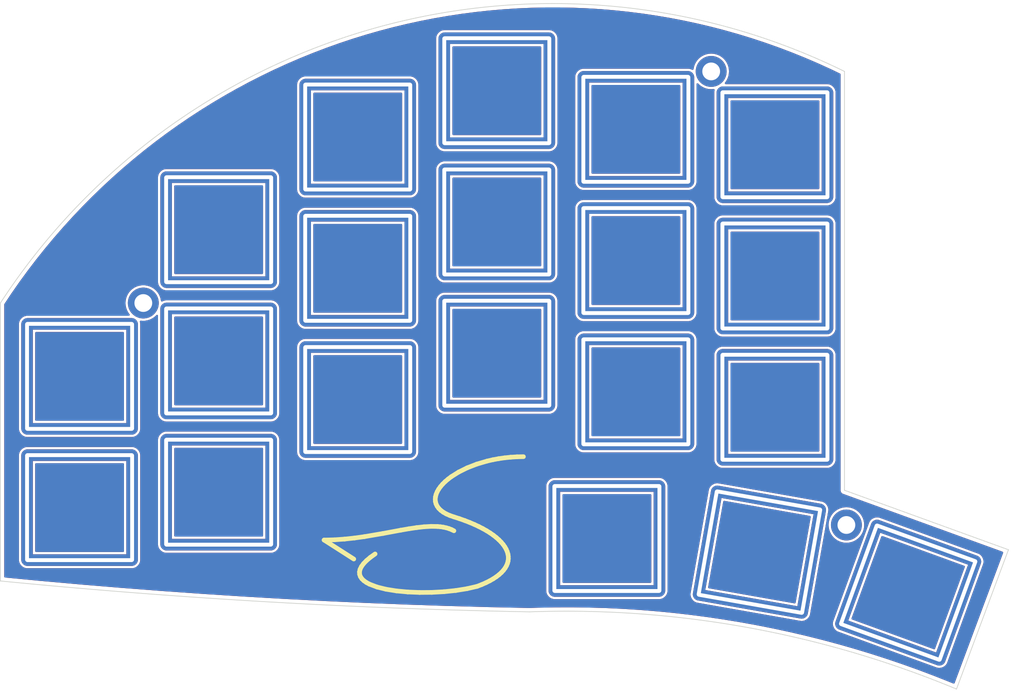
<source format=kicad_pcb>
(kicad_pcb (version 20221018) (generator pcbnew)
  (layers (0 "F.Cu" signal) (31 "B.Cu" signal) (34 "B.Paste" user) (35 "F.Paste" user) (36 "B.SilkS" user "B.Silkscreen") (37 "F.SilkS" user "F.Silkscreen") (38 "B.Mask" user) (39 "F.Mask" user) (44 "Edge.Cuts" user))
  (net 0 "")
  (footprint "kbd:SW_Hole_TH" (layer "F.Cu") (at 151.75 95.25)
    (fp_text reference "SW2" hide)
    (fp_text value "KEY_SWITCH" hide)
    (pad "1" thru_hole oval (at -6.8 0) (size 1.5 15) (drill oval 0.5 14) (layers "*.Cu" "*.Mask"))
    (pad "1" thru_hole oval (at 0 -6.8 90) (size 1.5 15) (drill oval 0.5 14) (layers "*.Cu" "*.Mask"))
    (pad "1" thru_hole oval (at 0 6.8 90) (size 1.5 15) (drill oval 0.5 14) (layers "*.Cu" "*.Mask"))
    (pad "1" thru_hole oval (at 6.8 0) (size 1.5 15) (drill oval 0.5 14) (layers "*.Cu" "*.Mask"))
  )
  (footprint "kbd:SW_Hole_TH" (layer "F.Cu") (at 133.75 90.25)
    (fp_text reference "SW2" hide)
    (fp_text value "KEY_SWITCH" hide)
    (pad "1" thru_hole oval (at -6.8 0) (size 1.5 15) (drill oval 0.5 14) (layers "*.Cu" "*.Mask"))
    (pad "1" thru_hole oval (at 0 -6.8 90) (size 1.5 15) (drill oval 0.5 14) (layers "*.Cu" "*.Mask"))
    (pad "1" thru_hole oval (at 0 6.8 90) (size 1.5 15) (drill oval 0.5 14) (layers "*.Cu" "*.Mask"))
    (pad "1" thru_hole oval (at 6.8 0) (size 1.5 15) (drill oval 0.5 14) (layers "*.Cu" "*.Mask"))
  )
  (footprint "kbd:SW_Hole_TH" (layer "F.Cu") (at 97.75 108.25)
    (fp_text reference "SW2" hide)
    (fp_text value "KEY_SWITCH" hide)
    (pad "1" thru_hole oval (at -6.8 0) (size 1.5 15) (drill oval 0.5 14) (layers "*.Cu" "*.Mask"))
    (pad "1" thru_hole oval (at 0 -6.8 90) (size 1.5 15) (drill oval 0.5 14) (layers "*.Cu" "*.Mask"))
    (pad "1" thru_hole oval (at 0 6.8 90) (size 1.5 15) (drill oval 0.5 14) (layers "*.Cu" "*.Mask"))
    (pad "1" thru_hole oval (at 6.8 0) (size 1.5 15) (drill oval 0.5 14) (layers "*.Cu" "*.Mask"))
  )
  (footprint "kbd:SW_Hole_TH" (layer "F.Cu") (at 79.75 110.25)
    (fp_text reference "SW2" hide)
    (fp_text value "KEY_SWITCH" hide)
    (pad "1" thru_hole oval (at -6.8 0) (size 1.5 15) (drill oval 0.5 14) (layers "*.Cu" "*.Mask"))
    (pad "1" thru_hole oval (at 0 -6.8 90) (size 1.5 15) (drill oval 0.5 14) (layers "*.Cu" "*.Mask"))
    (pad "1" thru_hole oval (at 0 6.8 90) (size 1.5 15) (drill oval 0.5 14) (layers "*.Cu" "*.Mask"))
    (pad "1" thru_hole oval (at 6.8 0) (size 1.5 15) (drill oval 0.5 14) (layers "*.Cu" "*.Mask"))
  )
  (footprint "kbd:SW_Hole_TH" (layer "F.Cu") (at 151.75 61.25)
    (fp_text reference "SW2" hide)
    (fp_text value "KEY_SWITCH" hide)
    (pad "1" thru_hole oval (at -6.8 0) (size 1.5 15) (drill oval 0.5 14) (layers "*.Cu" "*.Mask"))
    (pad "1" thru_hole oval (at 0 -6.8 90) (size 1.5 15) (drill oval 0.5 14) (layers "*.Cu" "*.Mask"))
    (pad "1" thru_hole oval (at 0 6.8 90) (size 1.5 15) (drill oval 0.5 14) (layers "*.Cu" "*.Mask"))
    (pad "1" thru_hole oval (at 6.8 0) (size 1.5 15) (drill oval 0.5 14) (layers "*.Cu" "*.Mask"))
  )
  (footprint "kbd:SW_Hole_TH" (layer "F.Cu") (at 167.743757 116.012743 -10)
    (fp_text reference "SW2" hide)
    (fp_text value "KEY_SWITCH" hide)
    (pad "1" thru_hole oval (at -6.8 0 350) (size 1.5 15) (drill oval 0.5 14) (layers "*.Cu" "*.Mask"))
    (pad "1" thru_hole oval (at 0 -6.8 80) (size 1.5 15) (drill oval 0.5 14) (layers "*.Cu" "*.Mask"))
    (pad "1" thru_hole oval (at 0 6.8 80) (size 1.5 15) (drill oval 0.5 14) (layers "*.Cu" "*.Mask"))
    (pad "1" thru_hole oval (at 6.8 0 350) (size 1.5 15) (drill oval 0.5 14) (layers "*.Cu" "*.Mask"))
  )
  (footprint "kbd:SW_Hole_TH" (layer "F.Cu") (at 115.75 79.25)
    (fp_text reference "SW2" hide)
    (fp_text value "KEY_SWITCH" hide)
    (pad "1" thru_hole oval (at -6.8 0) (size 1.5 15) (drill oval 0.5 14) (layers "*.Cu" "*.Mask"))
    (pad "1" thru_hole oval (at 0 -6.8 90) (size 1.5 15) (drill oval 0.5 14) (layers "*.Cu" "*.Mask"))
    (pad "1" thru_hole oval (at 0 6.8 90) (size 1.5 15) (drill oval 0.5 14) (layers "*.Cu" "*.Mask"))
    (pad "1" thru_hole oval (at 6.8 0) (size 1.5 15) (drill oval 0.5 14) (layers "*.Cu" "*.Mask"))
  )
  (footprint "kbd:SW_Hole_TH" (layer "F.Cu") (at 186.996422 121.262609 -20)
    (fp_text reference "SW2" hide)
    (fp_text value "KEY_SWITCH" hide)
    (pad "1" thru_hole oval (at -6.8 0 340) (size 1.5 15) (drill oval 0.5 14) (layers "*.Cu" "*.Mask"))
    (pad "1" thru_hole oval (at 0 -6.8 70) (size 1.5 15) (drill oval 0.5 14) (layers "*.Cu" "*.Mask"))
    (pad "1" thru_hole oval (at 0 6.8 70) (size 1.5 15) (drill oval 0.5 14) (layers "*.Cu" "*.Mask"))
    (pad "1" thru_hole oval (at 6.8 0 340) (size 1.5 15) (drill oval 0.5 14) (layers "*.Cu" "*.Mask"))
  )
  (footprint "kbd:M2_HOLE_v3" (layer "F.Cu") (at 161.5 53.75)
    (fp_text reference "Ref**" hide)
    (fp_text value "Val**" hide)
    (pad "1" thru_hole circle (at 0 0) (size 4 4) (drill 2.3) (layers "*.Cu" "*.Mask"))
  )
  (footprint "kbd:SW_Hole_TH" (layer "F.Cu") (at 133.75 73.25)
    (fp_text reference "SW2" hide)
    (fp_text value "KEY_SWITCH" hide)
    (pad "1" thru_hole oval (at -6.8 0) (size 1.5 15) (drill oval 0.5 14) (layers "*.Cu" "*.Mask"))
    (pad "1" thru_hole oval (at 0 -6.8 90) (size 1.5 15) (drill oval 0.5 14) (layers "*.Cu" "*.Mask"))
    (pad "1" thru_hole oval (at 0 6.8 90) (size 1.5 15) (drill oval 0.5 14) (layers "*.Cu" "*.Mask"))
    (pad "1" thru_hole oval (at 6.8 0) (size 1.5 15) (drill oval 0.5 14) (layers "*.Cu" "*.Mask"))
  )
  (footprint "kbd:SW_Hole_TH" (layer "F.Cu") (at 79.75 93.25)
    (fp_text reference "SW2" hide)
    (fp_text value "KEY_SWITCH" hide)
    (pad "1" thru_hole oval (at -6.8 0) (size 1.5 15) (drill oval 0.5 14) (layers "*.Cu" "*.Mask"))
    (pad "1" thru_hole oval (at 0 -6.8 90) (size 1.5 15) (drill oval 0.5 14) (layers "*.Cu" "*.Mask"))
    (pad "1" thru_hole oval (at 0 6.8 90) (size 1.5 15) (drill oval 0.5 14) (layers "*.Cu" "*.Mask"))
    (pad "1" thru_hole oval (at 6.8 0) (size 1.5 15) (drill oval 0.5 14) (layers "*.Cu" "*.Mask"))
  )
  (footprint "kbd:SW_Hole_TH" (layer "F.Cu") (at 115.75 96.25)
    (fp_text reference "SW2" hide)
    (fp_text value "KEY_SWITCH" hide)
    (pad "1" thru_hole oval (at -6.8 0) (size 1.5 15) (drill oval 0.5 14) (layers "*.Cu" "*.Mask"))
    (pad "1" thru_hole oval (at 0 -6.8 90) (size 1.5 15) (drill oval 0.5 14) (layers "*.Cu" "*.Mask"))
    (pad "1" thru_hole oval (at 0 6.8 90) (size 1.5 15) (drill oval 0.5 14) (layers "*.Cu" "*.Mask"))
    (pad "1" thru_hole oval (at 6.8 0) (size 1.5 15) (drill oval 0.5 14) (layers "*.Cu" "*.Mask"))
  )
  (footprint "kbd:SW_Hole_TH" (layer "F.Cu") (at 169.75 97.25)
    (fp_text reference "SW2" hide)
    (fp_text value "KEY_SWITCH" hide)
    (pad "1" thru_hole oval (at -6.8 0) (size 1.5 15) (drill oval 0.5 14) (layers "*.Cu" "*.Mask"))
    (pad "1" thru_hole oval (at 0 -6.8 90) (size 1.5 15) (drill oval 0.5 14) (layers "*.Cu" "*.Mask"))
    (pad "1" thru_hole oval (at 0 6.8 90) (size 1.5 15) (drill oval 0.5 14) (layers "*.Cu" "*.Mask"))
    (pad "1" thru_hole oval (at 6.8 0) (size 1.5 15) (drill oval 0.5 14) (layers "*.Cu" "*.Mask"))
  )
  (footprint "kbd:M2_HOLE_v3" (layer "F.Cu") (at 179 112.5)
    (fp_text reference "Ref**" hide)
    (fp_text value "Val**" hide)
    (pad "1" thru_hole circle (at 0 0) (size 4 4) (drill 2.3) (layers "*.Cu" "*.Mask"))
  )
  (footprint "kbd:SW_Hole_TH" (layer "F.Cu") (at 169.75 80.25)
    (fp_text reference "SW2" hide)
    (fp_text value "KEY_SWITCH" hide)
    (pad "1" thru_hole oval (at -6.8 0) (size 1.5 15) (drill oval 0.5 14) (layers "*.Cu" "*.Mask"))
    (pad "1" thru_hole oval (at 0 -6.8 90) (size 1.5 15) (drill oval 0.5 14) (layers "*.Cu" "*.Mask"))
    (pad "1" thru_hole oval (at 0 6.8 90) (size 1.5 15) (drill oval 0.5 14) (layers "*.Cu" "*.Mask"))
    (pad "1" thru_hole oval (at 6.8 0) (size 1.5 15) (drill oval 0.5 14) (layers "*.Cu" "*.Mask"))
  )
  (footprint "kbd:SW_Hole_TH" (layer "F.Cu") (at 97.75 91.25)
    (fp_text reference "SW2" hide)
    (fp_text value "KEY_SWITCH" hide)
    (pad "1" thru_hole oval (at -6.8 0) (size 1.5 15) (drill oval 0.5 14) (layers "*.Cu" "*.Mask"))
    (pad "1" thru_hole oval (at 0 -6.8 90) (size 1.5 15) (drill oval 0.5 14) (layers "*.Cu" "*.Mask"))
    (pad "1" thru_hole oval (at 0 6.8 90) (size 1.5 15) (drill oval 0.5 14) (layers "*.Cu" "*.Mask"))
    (pad "1" thru_hole oval (at 6.8 0) (size 1.5 15) (drill oval 0.5 14) (layers "*.Cu" "*.Mask"))
  )
  (footprint "kbd:SW_Hole_TH" (layer "F.Cu") (at 148 114.25)
    (fp_text reference "SW2" hide)
    (fp_text value "KEY_SWITCH" hide)
    (pad "1" thru_hole oval (at -6.8 0) (size 1.5 15) (drill oval 0.5 14) (layers "*.Cu" "*.Mask"))
    (pad "1" thru_hole oval (at 0 -6.8 90) (size 1.5 15) (drill oval 0.5 14) (layers "*.Cu" "*.Mask"))
    (pad "1" thru_hole oval (at 0 6.8 90) (size 1.5 15) (drill oval 0.5 14) (layers "*.Cu" "*.Mask"))
    (pad "1" thru_hole oval (at 6.8 0) (size 1.5 15) (drill oval 0.5 14) (layers "*.Cu" "*.Mask"))
  )
  (footprint "kbd:SW_Hole_TH" (layer "F.Cu") (at 97.75 74.25)
    (fp_text reference "SW2" hide)
    (fp_text value "KEY_SWITCH" hide)
    (pad "1" thru_hole oval (at -6.8 0) (size 1.5 15) (drill oval 0.5 14) (layers "*.Cu" "*.Mask"))
    (pad "1" thru_hole oval (at 0 -6.8 90) (size 1.5 15) (drill oval 0.5 14) (layers "*.Cu" "*.Mask"))
    (pad "1" thru_hole oval (at 0 6.8 90) (size 1.5 15) (drill oval 0.5 14) (layers "*.Cu" "*.Mask"))
    (pad "1" thru_hole oval (at 6.8 0) (size 1.5 15) (drill oval 0.5 14) (layers "*.Cu" "*.Mask"))
  )
  (footprint "kbd:SW_Hole_TH" (layer "F.Cu") (at 115.75 62.25)
    (fp_text reference "SW2" hide)
    (fp_text value "KEY_SWITCH" hide)
    (pad "1" thru_hole oval (at -6.8 0) (size 1.5 15) (drill oval 0.5 14) (layers "*.Cu" "*.Mask"))
    (pad "1" thru_hole oval (at 0 -6.8 90) (size 1.5 15) (drill oval 0.5 14) (layers "*.Cu" "*.Mask"))
    (pad "1" thru_hole oval (at 0 6.8 90) (size 1.5 15) (drill oval 0.5 14) (layers "*.Cu" "*.Mask"))
    (pad "1" thru_hole oval (at 6.8 0) (size 1.5 15) (drill oval 0.5 14) (layers "*.Cu" "*.Mask"))
  )
  (footprint "kbd:SW_Hole_TH" (layer "F.Cu") (at 169.75 63.25)
    (fp_text reference "SW2" hide)
    (fp_text value "KEY_SWITCH" hide)
    (pad "1" thru_hole oval (at -6.8 0) (size 1.5 15) (drill oval 0.5 14) (layers "*.Cu" "*.Mask"))
    (pad "1" thru_hole oval (at 0 -6.8 90) (size 1.5 15) (drill oval 0.5 14) (layers "*.Cu" "*.Mask"))
    (pad "1" thru_hole oval (at 0 6.8 90) (size 1.5 15) (drill oval 0.5 14) (layers "*.Cu" "*.Mask"))
    (pad "1" thru_hole oval (at 6.8 0) (size 1.5 15) (drill oval 0.5 14) (layers "*.Cu" "*.Mask"))
  )
  (footprint "kbd:SW_Hole_TH" (layer "F.Cu") (at 133.75 56.25)
    (fp_text reference "SW2" hide)
    (fp_text value "KEY_SWITCH" hide)
    (pad "1" thru_hole oval (at -6.8 0) (size 1.5 15) (drill oval 0.5 14) (layers "*.Cu" "*.Mask"))
    (pad "1" thru_hole oval (at 0 -6.8 90) (size 1.5 15) (drill oval 0.5 14) (layers "*.Cu" "*.Mask"))
    (pad "1" thru_hole oval (at 0 6.8 90) (size 1.5 15) (drill oval 0.5 14) (layers "*.Cu" "*.Mask"))
    (pad "1" thru_hole oval (at 6.8 0) (size 1.5 15) (drill oval 0.5 14) (layers "*.Cu" "*.Mask"))
  )
  (footprint "kbd:SW_Hole_TH" (layer "F.Cu") (at 151.75 78.25)
    (fp_text reference "SW2" hide)
    (fp_text value "KEY_SWITCH" hide)
    (pad "1" thru_hole oval (at -6.8 0) (size 1.5 15) (drill oval 0.5 14) (layers "*.Cu" "*.Mask"))
    (pad "1" thru_hole oval (at 0 -6.8 90) (size 1.5 15) (drill oval 0.5 14) (layers "*.Cu" "*.Mask"))
    (pad "1" thru_hole oval (at 0 6.8 90) (size 1.5 15) (drill oval 0.5 14) (layers "*.Cu" "*.Mask"))
    (pad "1" thru_hole oval (at 6.8 0) (size 1.5 15) (drill oval 0.5 14) (layers "*.Cu" "*.Mask"))
  )
  (footprint "kbd:M2_HOLE_v3" (layer "F.Cu") (at 88 83.75)
    (fp_text reference "Ref**" hide)
    (fp_text value "Val**" hide)
    (pad "1" thru_hole circle (at 0 0) (size 4 4) (drill 2.3) (layers "*.Cu" "*.Mask"))
  )
  (gr_line (start 133.687669 119.206894) (end 133.285935 119.472653) (stroke (width 0.598169)) (layer "F.SilkS"))
  (gr_line (start 133.285935 119.472653) (end 132.836741 119.730502) (stroke (width 0.598169)) (layer "F.SilkS"))
  (gr_line (start 135.125999 117.483141) (end 134.999803 117.782518) (stroke (width 0.598169)) (layer "F.SilkS"))
  (gr_line (start 116.541748 119.713623) (end 116.281024 119.459051) (stroke (width 0.598169)) (layer "F.SilkS"))
  (gr_line (start 132.836741 119.730502) (end 132.339646 119.979781) (stroke (width 0.598169)) (layer "F.SilkS"))
  (gr_line (start 119.032621 113.595702) (end 116.610731 114.009374) (stroke (width 0.598169)) (layer "F.SilkS"))
  (gr_line (start 127.889591 113.095074) (end 127.561012 112.966845) (stroke (width 0.598169)) (layer "F.SilkS"))
  (gr_line (start 116.505475 117.505573) (end 116.889209 117.107959) (stroke (width 0.598169)) (layer "F.SilkS"))
  (gr_line (start 133.681444 114.11748) (end 134.01931 114.416858) (stroke (width 0.598169)) (layer "F.SilkS"))
  (gr_line (start 125.815966 108.843311) (end 125.784929 109.161493) (stroke (width 0.598169)) (layer "F.SilkS"))
  (gr_line (start 135.549852 103.717822) (end 134.755266 103.799799) (stroke (width 0.598169)) (layer "F.SilkS"))
  (gr_line (start 132.432298 113.245715) (end 132.887498 113.53125) (stroke (width 0.598169)) (layer "F.SilkS"))
  (gr_line (start 126.914012 121.142136) (end 125.340624 121.228123) (stroke (width 0.598169)) (layer "F.SilkS"))
  (gr_line (start 115.348727 114.185009) (end 114.057297 114.324609) (stroke (width 0.598169)) (layer "F.SilkS"))
  (gr_line (start 126.03789 108.191016) (end 125.900835 108.519196) (stroke (width 0.598169)) (layer "F.SilkS"))
  (gr_line (start 127.561012 112.966845) (end 127.214697 112.863884) (stroke (width 0.598169)) (layer "F.SilkS"))
  (gr_line (start 129.916063 105.096533) (end 128.815233 105.643359) (stroke (width 0.598169)) (layer "F.SilkS"))
  (gr_line (start 125.232194 112.678123) (end 124.330169 112.730711) (stroke (width 0.598169)) (layer "F.SilkS"))
  (gr_line (start 122.358253 112.990574) (end 121.295283 113.174998) (stroke (width 0.598169)) (layer "F.SilkS"))
  (gr_line (start 137.199998 103.65) (end 136.365312 103.667267) (stroke (width 0.598169)) (layer "F.SilkS"))
  (gr_line (start 117.385662 116.689471) (end 118 116.25) (stroke (width 0.598169)) (layer "F.SilkS"))
  (gr_line (start 128.815233 105.643359) (end 127.863817 106.241162) (stroke (width 0.598169)) (layer "F.SilkS"))
  (gr_line (start 116.610731 114.009374) (end 115.348727 114.185009) (stroke (width 0.598169)) (layer "F.SilkS"))
  (gr_line (start 127.672381 111.269257) (end 128.199999 111.45) (stroke (width 0.598169)) (layer "F.SilkS"))
  (gr_line (start 115.978955 118.574268) (end 116.055511 118.238617) (stroke (width 0.598169)) (layer "F.SilkS"))
  (gr_line (start 126.82149 110.841412) (end 127.213427 111.065772) (stroke (width 0.598169)) (layer "F.SilkS"))
  (gr_line (start 134.574632 115.024841) (end 134.791209 115.332129) (stroke (width 0.598169)) (layer "F.SilkS"))
  (gr_line (start 126.494921 110.598047) (end 126.82149 110.841412) (stroke (width 0.598169)) (layer "F.SilkS"))
  (gr_line (start 134.01931 114.416858) (end 134.317186 114.719531) (stroke (width 0.598169)) (layer "F.SilkS"))
  (gr_line (start 129.5916 111.920215) (end 130.233568 112.169495) (stroke (width 0.598169)) (layer "F.SilkS"))
  (gr_line (start 123.371035 112.83867) (end 122.358253 112.990574) (stroke (width 0.598169)) (layer "F.SilkS"))
  (gr_line (start 122.224608 121.177733) (end 120.764599 121.039599) (stroke (width 0.598169)) (layer "F.SilkS"))
  (gr_line (start 127.863817 106.241162) (end 127.448259 106.554511) (stroke (width 0.598169)) (layer "F.SilkS"))
  (gr_line (start 131.938866 112.966113) (end 132.432298 113.245715) (stroke (width 0.598169)) (layer "F.SilkS"))
  (gr_line (start 118.247119 120.533056) (end 117.272265 120.16289) (stroke (width 0.598169)) (layer "F.SilkS"))
  (gr_line (start 116.096875 119.184375) (end 115.994464 118.889484) (stroke (width 0.598169)) (layer "F.SilkS"))
  (gr_line (start 132.887498 113.53125) (end 133.304027 113.822058) (stroke (width 0.598169)) (layer "F.SilkS"))
  (gr_line (start 126.470583 112.728056) (end 126.073649 112.692332) (stroke (width 0.598169)) (layer "F.SilkS"))
  (gr_line (start 134.317186 114.719531) (end 134.574632 115.024841) (stroke (width 0.598169)) (layer "F.SilkS"))
  (gr_line (start 121.295283 113.174998) (end 119.032621 113.595702) (stroke (width 0.598169)) (layer "F.SilkS"))
  (gr_line (start 127.214697 112.863884) (end 126.851076 112.784764) (stroke (width 0.598169)) (layer "F.SilkS"))
  (gr_line (start 135.20781 117.180468) (end 135.125999 117.483141) (stroke (width 0.598169)) (layer "F.SilkS"))
  (gr_line (start 134.791209 115.332129) (end 134.966478 115.640734) (stroke (width 0.598169)) (layer "F.SilkS"))
  (gr_line (start 135.240037 116.56787) (end 135.245677 116.875158) (stroke (width 0.598169)) (layer "F.SilkS"))
  (gr_line (start 134.350511 118.654283) (end 134.042381 118.933884) (stroke (width 0.598169)) (layer "F.SilkS"))
  (gr_line (start 127.213427 111.065772) (end 127.672381 111.269257) (stroke (width 0.598169)) (layer "F.SilkS"))
  (gr_line (start 135.245677 116.875158) (end 135.20781 117.180468) (stroke (width 0.598169)) (layer "F.SilkS"))
  (gr_line (start 133.983201 103.911328) (end 133.235307 104.050543) (stroke (width 0.598169)) (layer "F.SilkS"))
  (gr_line (start 131.40764 112.693103) (end 131.938866 112.966113) (stroke (width 0.598169)) (layer "F.SilkS"))
  (gr_line (start 134.612498 118.368748) (end 134.350511 118.654283) (stroke (width 0.598169)) (layer "F.SilkS"))
  (gr_line (start 126.073649 112.692332) (end 125.232194 112.678123) (stroke (width 0.598169)) (layer "F.SilkS"))
  (gr_line (start 119.424999 120.824999) (end 118.247119 120.533056) (stroke (width 0.598169)) (layer "F.SilkS"))
  (gr_line (start 132.339646 119.979781) (end 131.794212 120.219832) (stroke (width 0.598169)) (layer "F.SilkS"))
  (gr_line (start 128.913598 111.680164) (end 129.5916 111.920215) (stroke (width 0.598169)) (layer "F.SilkS"))
  (gr_line (start 126.851076 112.784764) (end 126.470583 112.728056) (stroke (width 0.598169)) (layer "F.SilkS"))
  (gr_line (start 131.794212 120.219832) (end 131.199998 120.449995) (stroke (width 0.598169)) (layer "F.SilkS"))
  (gr_line (start 125.809374 109.471875) (end 125.890948 109.772589) (stroke (width 0.598169)) (layer "F.SilkS"))
  (gr_line (start 133.304027 113.822058) (end 133.681444 114.11748) (stroke (width 0.598169)) (layer "F.SilkS"))
  (gr_line (start 128.442576 120.9832) (end 126.914012 121.142136) (stroke (width 0.598169)) (layer "F.SilkS"))
  (gr_line (start 126.232073 110.337543) (end 126.494921 110.598047) (stroke (width 0.598169)) (layer "F.SilkS"))
  (gr_line (start 131.199998 120.449995) (end 129.885008 120.752194) (stroke (width 0.598169)) (layer "F.SilkS"))
  (gr_line (start 132.513231 104.215576) (end 131.153124 104.615625) (stroke (width 0.598169)) (layer "F.SilkS"))
  (gr_line (start 135.191331 116.259265) (end 135.240037 116.56787) (stroke (width 0.598169)) (layer "F.SilkS"))
  (gr_line (start 111.4 114.45) (end 115.241104 116.909322) (stroke (width 0.598169)) (layer "F.SilkS"))
  (gr_line (start 123.76372 121.240282) (end 122.224608 121.177733) (stroke (width 0.598169)) (layer "F.SilkS"))
  (gr_line (start 115.994464 118.889484) (end 115.978955 118.574268) (stroke (width 0.598169)) (layer "F.SilkS"))
  (gr_line (start 134.966478 115.640734) (end 135.099998 115.949999) (stroke (width 0.598169)) (layer "F.SilkS"))
  (gr_line (start 128.199999 111.45) (end 128.913598 111.680164) (stroke (width 0.598169)) (layer "F.SilkS"))
  (gr_line (start 126.461962 107.529932) (end 126.225481 107.860638) (stroke (width 0.598169)) (layer "F.SilkS"))
  (gr_line (start 127.448259 106.554511) (end 127.074999 106.875) (stroke (width 0.598169)) (layer "F.SilkS"))
  (gr_line (start 120.764599 121.039599) (end 119.424999 120.824999) (stroke (width 0.598169)) (layer "F.SilkS"))
  (gr_line (start 125.784929 109.161493) (end 125.809374 109.471875) (stroke (width 0.598169)) (layer "F.SilkS"))
  (gr_line (start 134.999803 117.782518) (end 134.828782 118.07794) (stroke (width 0.598169)) (layer "F.SilkS"))
  (gr_line (start 116.281024 119.459051) (end 116.096875 119.184375) (stroke (width 0.598169)) (layer "F.SilkS"))
  (gr_line (start 134.828782 118.07794) (end 134.612498 118.368748) (stroke (width 0.598169)) (layer "F.SilkS"))
  (gr_line (start 125.890948 109.772589) (end 126.031298 110.061768) (stroke (width 0.598169)) (layer "F.SilkS"))
  (gr_line (start 127.074999 106.875) (end 126.745684 107.200763) (stroke (width 0.598169)) (layer "F.SilkS"))
  (gr_line (start 126.745684 107.200763) (end 126.461962 107.529932) (stroke (width 0.598169)) (layer "F.SilkS"))
  (gr_line (start 117.272265 120.16289) (end 116.873883 119.948199) (stroke (width 0.598169)) (layer "F.SilkS"))
  (gr_line (start 116.229297 117.882422) (end 116.505475 117.505573) (stroke (width 0.598169)) (layer "F.SilkS"))
  (gr_line (start 131.153124 104.615625) (end 129.916063 105.096533) (stroke (width 0.598169)) (layer "F.SilkS"))
  (gr_line (start 133.235307 104.050543) (end 132.513231 104.215576) (stroke (width 0.598169)) (layer "F.SilkS"))
  (gr_line (start 116.889209 117.107959) (end 117.385662 116.689471) (stroke (width 0.598169)) (layer "F.SilkS"))
  (gr_line (start 126.225481 107.860638) (end 126.03789 108.191016) (stroke (width 0.598169)) (layer "F.SilkS"))
  (gr_line (start 129.885008 120.752194) (end 128.442576 120.9832) (stroke (width 0.598169)) (layer "F.SilkS"))
  (gr_line (start 116.873883 119.948199) (end 116.541748 119.713623) (stroke (width 0.598169)) (layer "F.SilkS"))
  (gr_line (start 136.365312 103.667267) (end 135.549852 103.717822) (stroke (width 0.598169)) (layer "F.SilkS"))
  (gr_line (start 125.340624 121.228123) (end 123.76372 121.240282) (stroke (width 0.598169)) (layer "F.SilkS"))
  (gr_line (start 128.199999 113.25) (end 127.889591 113.095074) (stroke (width 0.598169)) (layer "F.SilkS"))
  (gr_line (start 114.057297 114.324609) (end 112.739901 114.416748) (stroke (width 0.598169)) (layer "F.SilkS"))
  (gr_line (start 135.099998 115.949999) (end 135.191331 116.259265) (stroke (width 0.598169)) (layer "F.SilkS"))
  (gr_line (start 134.042381 118.933884) (end 133.687669 119.206894) (stroke (width 0.598169)) (layer "F.SilkS"))
  (gr_line (start 116.055511 118.238617) (end 116.229297 117.882422) (stroke (width 0.598169)) (layer "F.SilkS"))
  (gr_line (start 130.839061 112.427344) (end 131.40764 112.693103) (stroke (width 0.598169)) (layer "F.SilkS"))
  (gr_line (start 125.900835 108.519196) (end 125.815966 108.843311) (stroke (width 0.598169)) (layer "F.SilkS"))
  (gr_line (start 130.233568 112.169495) (end 130.839061 112.427344) (stroke (width 0.598169)) (layer "F.SilkS"))
  (gr_line (start 126.031298 110.061768) (end 126.232073 110.337543) (stroke (width 0.598169)) (layer "F.SilkS"))
  (gr_line (start 124.330169 112.730711) (end 123.371035 112.83867) (stroke (width 0.598169)) (layer "F.SilkS"))
  (gr_line (start 112.739901 114.416748) (end 111.4 114.45) (stroke (width 0.598169)) (layer "F.SilkS"))
  (gr_line (start 134.755266 103.799799) (end 133.983201 103.911328) (stroke (width 0.598169)) (layer "F.SilkS"))
  (gr_arc (start 69.5 83.75) (mid 118.429407 48.008549) (end 178.75 53.75) (stroke (width 0.1)) (layer "Edge.Cuts"))
  (gr_arc (start 138 123.75) (mid 166.16468 125.768267) (end 193.25 133.75) (stroke (width 0.1)) (layer "Edge.Cuts"))
  (gr_line (start 178.75 108) (end 199.972714 115.706343) (stroke (width 0.1)) (layer "Edge.Cuts"))
  (gr_arc (start 138 123.75) (mid 103.710213 122.431348) (end 69.5 119.75) (stroke (width 0.1)) (layer "Edge.Cuts"))
  (gr_line (start 69.5 83.75) (end 69.5 119.75) (stroke (width 0.1)) (layer "Edge.Cuts"))
  (gr_line (start 178.75 53.75) (end 178.75 108) (stroke (width 0.1)) (layer "Edge.Cuts"))
  (gr_line (start 193.25 133.75) (end 199.972714 115.706343) (stroke (width 0.1)) (layer "Edge.Cuts"))
  (zone (net 0) (net_name "") (layers "F&B.Cu") (connect_pads (clearance 0.3)) (min_thickness 0.25) (fill yes (thermal_gap 0.5) (thermal_bridge_width 0.5) (island_removal_mode 1) (island_area_min 10))
    (polygon (pts (xy 202 44.5) (xy 202 134) (xy 69.5 134) (xy 69.5 44.5)))
  )
)
</source>
